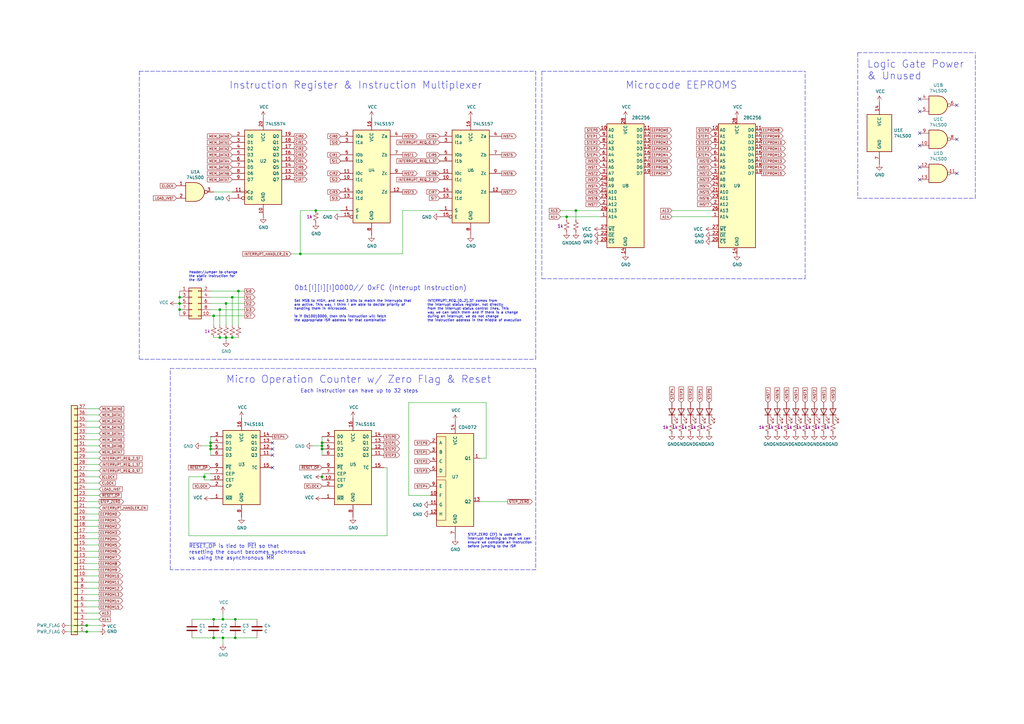
<source format=kicad_sch>
(kicad_sch (version 20211123) (generator eeschema)
  (paper "A3")
  (junction (at 132.08 184.15))
  (junction (at 132.08 182.88))
  (junction (at 35.56 259.08))
  (junction (at 87.63 129.54))
  (junction (at 132.08 181.61))
  (junction (at 96.52 254))
  (junction (at 83.82 195.58))
  (junction (at 96.52 261.62))
  (junction (at 92.71 138.43))
  (junction (at 123.19 104.14))
  (junction (at 95.25 121.92))
  (junction (at 73.66 121.92))
  (junction (at 86.36 181.61))
  (junction (at 132.08 195.58))
  (junction (at 87.63 261.62))
  (junction (at 90.17 138.43))
  (junction (at 73.66 124.46))
  (junction (at 92.71 124.46))
  (junction (at 73.66 127))
  (junction (at 86.36 184.15))
  (junction (at 35.56 256.54))
  (junction (at 95.25 138.43))
  (junction (at 90.17 127))
  (junction (at 91.44 254))
  (junction (at 86.36 182.88))
  (junction (at 232.41 88.9))
  (junction (at 91.44 261.62))
  (junction (at 129.54 86.36))
  (junction (at 97.79 119.38))
  (junction (at 236.22 86.36))
  (junction (at 87.63 254))
  (no_connect (at 377.19 40.64))
  (no_connect (at 392.43 71.12))
  (no_connect (at 111.76 191.77))
  (no_connect (at 392.43 43.18))
  (no_connect (at 377.19 68.58))
  (no_connect (at 377.19 73.66))
  (no_connect (at 377.19 45.72))
  (no_connect (at 111.76 181.61))
  (no_connect (at 111.76 184.15))
  (no_connect (at 111.76 186.69))
  (no_connect (at 377.19 59.69))
  (no_connect (at 377.19 54.61))
  (no_connect (at 392.43 57.15))
  (polyline (pts (xy 222.25 114.3) (xy 330.2 114.3)))
  (wire (pts (xy 232.41 88.9) (xy 246.38 88.9)))
  (wire (pts (xy 132.08 196.85) (xy 132.08 195.58)))
  (wire (pts (xy 91.44 254) (xy 91.44 251.46)))
  (polyline (pts (xy 330.2 114.3) (xy 330.2 29.21)))
  (wire (pts (xy 199.39 165.1) (xy 167.64 165.1)))
  (wire (pts (xy 35.56 177.8) (xy 40.64 177.8)))
  (wire (pts (xy 165.1 86.36) (xy 180.34 86.36)))
  (wire (pts (xy 86.36 124.46) (xy 92.71 124.46)))
  (wire (pts (xy 196.85 187.96) (xy 199.39 187.96)))
  (wire (pts (xy 199.39 187.96) (xy 199.39 165.1)))
  (wire (pts (xy 35.56 195.58) (xy 40.64 195.58)))
  (wire (pts (xy 132.08 182.88) (xy 132.08 181.61)))
  (wire (pts (xy 35.56 215.9) (xy 40.64 215.9)))
  (wire (pts (xy 167.64 203.2) (xy 176.53 203.2)))
  (wire (pts (xy 91.44 254) (xy 96.52 254)))
  (polyline (pts (xy 69.85 233.68) (xy 69.85 151.13)))
  (wire (pts (xy 73.66 124.46) (xy 73.66 127)))
  (wire (pts (xy 236.22 86.36) (xy 246.38 86.36)))
  (wire (pts (xy 35.56 187.96) (xy 40.64 187.96)))
  (wire (pts (xy 35.56 241.3) (xy 40.64 241.3)))
  (wire (pts (xy 83.82 194.31) (xy 83.82 195.58)))
  (wire (pts (xy 77.47 195.58) (xy 83.82 195.58)))
  (wire (pts (xy 77.47 219.71) (xy 77.47 195.58)))
  (wire (pts (xy 128.27 182.88) (xy 132.08 182.88)))
  (wire (pts (xy 35.56 193.04) (xy 40.64 193.04)))
  (wire (pts (xy 196.85 205.74) (xy 208.28 205.74)))
  (wire (pts (xy 73.66 119.38) (xy 73.66 121.92)))
  (wire (pts (xy 97.79 133.35) (xy 97.79 119.38)))
  (wire (pts (xy 87.63 138.43) (xy 90.17 138.43)))
  (wire (pts (xy 167.64 165.1) (xy 167.64 203.2)))
  (wire (pts (xy 95.25 133.35) (xy 95.25 121.92)))
  (wire (pts (xy 35.56 223.52) (xy 40.64 223.52)))
  (wire (pts (xy 158.75 191.77) (xy 158.75 219.71)))
  (wire (pts (xy 92.71 124.46) (xy 100.33 124.46)))
  (wire (pts (xy 87.63 129.54) (xy 100.33 129.54)))
  (polyline (pts (xy 400.05 81.28) (xy 400.05 21.59)))
  (wire (pts (xy 35.56 203.2) (xy 40.64 203.2)))
  (wire (pts (xy 129.54 86.36) (xy 139.7 86.36)))
  (wire (pts (xy 35.56 233.68) (xy 40.64 233.68)))
  (wire (pts (xy 165.1 86.36) (xy 165.1 104.14)))
  (wire (pts (xy 35.56 200.66) (xy 40.64 200.66)))
  (wire (pts (xy 100.33 121.92) (xy 95.25 121.92)))
  (wire (pts (xy 83.82 195.58) (xy 83.82 196.85)))
  (wire (pts (xy 86.36 119.38) (xy 97.79 119.38)))
  (wire (pts (xy 35.56 180.34) (xy 40.64 180.34)))
  (wire (pts (xy 35.56 226.06) (xy 40.64 226.06)))
  (wire (pts (xy 275.59 88.9) (xy 292.1 88.9)))
  (polyline (pts (xy 222.25 29.21) (xy 330.2 29.21)))
  (wire (pts (xy 157.48 191.77) (xy 158.75 191.77)))
  (wire (pts (xy 35.56 259.08) (xy 40.64 259.08)))
  (wire (pts (xy 90.17 127) (xy 86.36 127)))
  (wire (pts (xy 83.82 196.85) (xy 86.36 196.85)))
  (wire (pts (xy 35.56 185.42) (xy 40.64 185.42)))
  (wire (pts (xy 27.94 259.08) (xy 35.56 259.08)))
  (wire (pts (xy 35.56 167.64) (xy 40.64 167.64)))
  (wire (pts (xy 35.56 170.18) (xy 40.64 170.18)))
  (wire (pts (xy 232.41 90.17) (xy 232.41 88.9)))
  (wire (pts (xy 87.63 261.62) (xy 78.74 261.62)))
  (wire (pts (xy 87.63 254) (xy 91.44 254)))
  (wire (pts (xy 73.66 124.46) (xy 72.39 124.46)))
  (wire (pts (xy 92.71 124.46) (xy 92.71 133.35)))
  (wire (pts (xy 86.36 184.15) (xy 86.36 186.69)))
  (wire (pts (xy 132.08 184.15) (xy 132.08 186.69)))
  (polyline (pts (xy 222.25 29.21) (xy 222.25 114.3)))
  (wire (pts (xy 123.19 86.36) (xy 123.19 104.14)))
  (wire (pts (xy 123.19 104.14) (xy 119.38 104.14)))
  (wire (pts (xy 35.56 182.88) (xy 40.64 182.88)))
  (polyline (pts (xy 57.15 147.32) (xy 219.71 147.32)))
  (wire (pts (xy 95.25 138.43) (xy 97.79 138.43)))
  (wire (pts (xy 82.55 182.88) (xy 86.36 182.88)))
  (wire (pts (xy 229.87 88.9) (xy 232.41 88.9)))
  (wire (pts (xy 90.17 138.43) (xy 92.71 138.43)))
  (wire (pts (xy 87.63 78.74) (xy 95.25 78.74)))
  (polyline (pts (xy 219.71 147.32) (xy 219.71 29.21)))
  (wire (pts (xy 105.41 261.62) (xy 96.52 261.62)))
  (wire (pts (xy 132.08 182.88) (xy 132.08 184.15)))
  (wire (pts (xy 73.66 127) (xy 73.66 129.54)))
  (wire (pts (xy 35.56 228.6) (xy 40.64 228.6)))
  (wire (pts (xy 73.66 121.92) (xy 73.66 124.46)))
  (wire (pts (xy 35.56 198.12) (xy 40.64 198.12)))
  (wire (pts (xy 35.56 246.38) (xy 40.64 246.38)))
  (wire (pts (xy 35.56 243.84) (xy 40.64 243.84)))
  (wire (pts (xy 86.36 194.31) (xy 83.82 194.31)))
  (polyline (pts (xy 219.71 151.13) (xy 219.71 233.68)))
  (wire (pts (xy 86.36 182.88) (xy 86.36 184.15)))
  (wire (pts (xy 229.87 86.36) (xy 236.22 86.36)))
  (wire (pts (xy 96.52 254) (xy 105.41 254)))
  (wire (pts (xy 132.08 195.58) (xy 132.08 194.31)))
  (wire (pts (xy 91.44 261.62) (xy 91.44 264.16)))
  (wire (pts (xy 78.74 254) (xy 87.63 254)))
  (wire (pts (xy 35.56 172.72) (xy 40.64 172.72)))
  (wire (pts (xy 35.56 220.98) (xy 40.64 220.98)))
  (wire (pts (xy 87.63 129.54) (xy 87.63 133.35)))
  (wire (pts (xy 35.56 231.14) (xy 40.64 231.14)))
  (wire (pts (xy 236.22 90.17) (xy 236.22 86.36)))
  (wire (pts (xy 158.75 219.71) (xy 77.47 219.71)))
  (wire (pts (xy 35.56 236.22) (xy 40.64 236.22)))
  (wire (pts (xy 35.56 218.44) (xy 40.64 218.44)))
  (polyline (pts (xy 219.71 233.68) (xy 69.85 233.68)))
  (wire (pts (xy 92.71 138.43) (xy 95.25 138.43)))
  (wire (pts (xy 95.25 121.92) (xy 86.36 121.92)))
  (wire (pts (xy 132.08 181.61) (xy 132.08 179.07)))
  (wire (pts (xy 97.79 119.38) (xy 100.33 119.38)))
  (wire (pts (xy 100.33 127) (xy 90.17 127)))
  (polyline (pts (xy 351.79 21.59) (xy 400.05 21.59)))
  (polyline (pts (xy 57.15 29.21) (xy 57.15 147.32)))
  (wire (pts (xy 90.17 133.35) (xy 90.17 127)))
  (wire (pts (xy 129.54 86.36) (xy 123.19 86.36)))
  (wire (pts (xy 35.56 256.54) (xy 40.64 256.54)))
  (wire (pts (xy 35.56 175.26) (xy 40.64 175.26)))
  (polyline (pts (xy 69.85 151.13) (xy 219.71 151.13)))
  (wire (pts (xy 92.71 138.43) (xy 92.71 139.7)))
  (wire (pts (xy 35.56 254) (xy 40.64 254)))
  (wire (pts (xy 35.56 251.46) (xy 40.64 251.46)))
  (wire (pts (xy 35.56 238.76) (xy 40.64 238.76)))
  (wire (pts (xy 86.36 181.61) (xy 86.36 179.07)))
  (polyline (pts (xy 57.15 29.21) (xy 219.71 29.21)))
  (wire (pts (xy 165.1 104.14) (xy 123.19 104.14)))
  (wire (pts (xy 86.36 182.88) (xy 86.36 181.61)))
  (wire (pts (xy 35.56 205.74) (xy 40.64 205.74)))
  (wire (pts (xy 275.59 86.36) (xy 292.1 86.36)))
  (polyline (pts (xy 351.79 81.28) (xy 400.05 81.28)))
  (wire (pts (xy 35.56 256.54) (xy 27.94 256.54)))
  (wire (pts (xy 35.56 208.28) (xy 40.64 208.28)))
  (wire (pts (xy 91.44 261.62) (xy 87.63 261.62)))
  (polyline (pts (xy 351.79 21.59) (xy 351.79 81.28)))
  (wire (pts (xy 35.56 190.5) (xy 40.64 190.5)))
  (wire (pts (xy 35.56 248.92) (xy 40.64 248.92)))
  (wire (pts (xy 35.56 213.36) (xy 40.64 213.36)))
  (wire (pts (xy 35.56 210.82) (xy 40.64 210.82)))
  (wire (pts (xy 86.36 129.54) (xy 87.63 129.54)))
  (wire (pts (xy 96.52 261.62) (xy 91.44 261.62)))
  (text "STEP_ZERO (ZF) is used with\ninterrupt handling so that we can\nensure we complete an instruction\nbefore jumping to the ISR" (at 191.77 224.79 0) (effects (font (size 0.9906 0.9906)) (justify left bottom)))
  (text "Microcode EEPROMS" (at 256.54 36.83 0) (effects (font (size 2.9972 2.9972)) (justify left bottom)))
  (text "Header/Jumper to change\nthe static Instruction for\nthe ISR" (at 77.47 115.57 0) (effects (font (size 0.9906 0.9906)) (justify left bottom)))
  (text "Logic Gate Power\n& Unused" (at 355.6 33.02 0) (effects (font (size 2.9972 2.9972)) (justify left bottom)))
  (text "Set MSB to HIGH, and next 3 bits to match the interrupts that\nare active. This way, I think I am able to decide priority of \nhandling them in microcode.\n\nie if 0b10010000, then this instruction will fetch\nthe appropriate ISR address for that combination" (at 120.65 132.08 0) (effects (font (size 0.9906 0.9906)) (justify left bottom)))
  (text "~{RESET_OP} is tied to ~{PE!} so that\nresetting the count becomes synchronous\nvs using the asynchronous ~{MR}" (at 77.47 229.87 0) (effects (font (size 1.4986 1.4986)) (justify left bottom)))
  (text "0b1[I][I][I]0000// 0xFC (Interupt Instruction)" (at 120.65 119.38 0) (effects (font (size 2.0066 2.0066)) (justify left bottom)))
  (text "Each instruction can have up to 32 steps" (at 123.19 161.29 0) (effects (font (size 1.4986 1.4986)) (justify left bottom)))
  (text "INTERRUPT_REQ_[0..2]_ST comes from\nthe interrupt status register, not directly\nfrom the interrupt status control lines. This\nway we can latch them and if there is a change\nduring an interrupt, we do not change\nthe instruction address in the middle of execution" (at 175.26 132.08 0) (effects (font (size 0.9906 0.9906)) (justify left bottom)))
  (text "Instruction Register & Instruction Multiplexer" (at 93.98 36.83 0) (effects (font (size 2.9972 2.9972)) (justify left bottom)))
  (text "Micro Operation Counter w/ Zero Flag & Reset" (at 92.71 157.48 0) (effects (font (size 2.9972 2.9972)) (justify left bottom)))
  (global_label "INTERRUPT_REQ_0_ST" (shape input) (at 180.34 58.42 180) (effects (font (size 0.9906 0.9906))) (property "Intersheet References" "${INTERSHEET_REFS}" (effects hide)))
  (global_label "CIR5" (shape input) (at 180.34 63.5 180) (effects (font (size 0.9906 0.9906))) (property "Intersheet References" "${INTERSHEET_REFS}" (effects hide)))
  (global_label "MEM_DATA1" (shape input) (at 95.25 58.42 180) (effects (font (size 0.9906 0.9906))) (property "Intersheet References" "${INTERSHEET_REFS}" (effects hide)))
  (global_label "INST7" (shape input) (at 292.1 83.82 180) (effects (font (size 0.9906 0.9906))) (property "Intersheet References" "${INTERSHEET_REFS}" (effects hide)))
  (global_label "INTERRUPT_HANDLER_EN" (shape input) (at 40.64 208.28 0) (effects (font (size 0.9906 0.9906))) (property "Intersheet References" "${INTERSHEET_REFS}" (effects hide)))
  (global_label "INST4" (shape input) (at 326.39 165.1 90) (effects (font (size 0.9906 0.9906))) (property "Intersheet References" "${INTERSHEET_REFS}" (effects hide)))
  (global_label "A14" (shape input) (at 40.64 254 0) (effects (font (size 0.9906 0.9906))) (property "Intersheet References" "${INTERSHEET_REFS}" (effects hide)))
  (global_label "STEP3" (shape input) (at 176.53 193.04 180) (effects (font (size 0.9906 0.9906))) (property "Intersheet References" "${INTERSHEET_REFS}" (effects hide)))
  (global_label "A14" (shape input) (at 229.87 88.9 180) (effects (font (size 0.9906 0.9906))) (property "Intersheet References" "${INTERSHEET_REFS}" (effects hide)))
  (global_label "INST3" (shape input) (at 246.38 73.66 180) (effects (font (size 0.9906 0.9906))) (property "Intersheet References" "${INTERSHEET_REFS}" (effects hide)))
  (global_label "MEM_DATA7" (shape input) (at 40.64 185.42 0) (effects (font (size 0.9906 0.9906))) (property "Intersheet References" "${INTERSHEET_REFS}" (effects hide)))
  (global_label "CIR4" (shape input) (at 180.34 55.88 180) (effects (font (size 0.9906 0.9906))) (property "Intersheet References" "${INTERSHEET_REFS}" (effects hide)))
  (global_label "STEP2" (shape input) (at 292.1 58.42 180) (effects (font (size 0.9906 0.9906))) (property "Intersheet References" "${INTERSHEET_REFS}" (effects hide)))
  (global_label "EEPROM14" (shape output) (at 40.64 246.38 0) (effects (font (size 0.9906 0.9906))) (property "Intersheet References" "${INTERSHEET_REFS}" (effects hide)))
  (global_label "EEPROM9" (shape output) (at 312.42 55.88 0) (effects (font (size 0.9906 0.9906))) (property "Intersheet References" "${INTERSHEET_REFS}" (effects hide)))
  (global_label "INST1" (shape input) (at 292.1 68.58 180) (effects (font (size 0.9906 0.9906))) (property "Intersheet References" "${INTERSHEET_REFS}" (effects hide)))
  (global_label "INST1" (shape input) (at 246.38 68.58 180) (effects (font (size 0.9906 0.9906))) (property "Intersheet References" "${INTERSHEET_REFS}" (effects hide)))
  (global_label "CLOCK" (shape input) (at 72.39 76.2 180) (effects (font (size 0.9906 0.9906))) (property "Intersheet References" "${INTERSHEET_REFS}" (effects hide)))
  (global_label "EEPROM6" (shape output) (at 40.64 226.06 0) (effects (font (size 0.9906 0.9906))) (property "Intersheet References" "${INTERSHEET_REFS}" (effects hide)))
  (global_label "INTERRUPT_REQ_0_ST" (shape input) (at 40.64 193.04 0) (effects (font (size 0.9906 0.9906))) (property "Intersheet References" "${INTERSHEET_REFS}" (effects hide)))
  (global_label "STEP4" (shape output) (at 111.76 179.07 0) (effects (font (size 0.9906 0.9906))) (property "Intersheet References" "${INTERSHEET_REFS}" (effects hide)))
  (global_label "INST4" (shape input) (at 246.38 76.2 180) (effects (font (size 0.9906 0.9906))) (property "Intersheet References" "${INTERSHEET_REFS}" (effects hide)))
  (global_label "STEP0" (shape input) (at 290.83 165.1 90) (effects (font (size 0.9906 0.9906))) (property "Intersheet References" "${INTERSHEET_REFS}" (effects hide)))
  (global_label "MEM_DATA7" (shape input) (at 95.25 73.66 180) (effects (font (size 0.9906 0.9906))) (property "Intersheet References" "${INTERSHEET_REFS}" (effects hide)))
  (global_label "EEPROM13" (shape output) (at 40.64 243.84 0) (effects (font (size 0.9906 0.9906))) (property "Intersheet References" "${INTERSHEET_REFS}" (effects hide)))
  (global_label "SI2" (shape input) (at 139.7 73.66 180) (effects (font (size 0.9906 0.9906))) (property "Intersheet References" "${INTERSHEET_REFS}" (effects hide)))
  (global_label "MEM_DATA4" (shape input) (at 95.25 66.04 180) (effects (font (size 0.9906 0.9906))) (property "Intersheet References" "${INTERSHEET_REFS}" (effects hide)))
  (global_label "INST1" (shape output) (at 165.1 63.5 0) (effects (font (size 0.9906 0.9906))) (property "Intersheet References" "${INTERSHEET_REFS}" (effects hide)))
  (global_label "EEPROM15" (shape output) (at 40.64 248.92 0) (effects (font (size 0.9906 0.9906))) (property "Intersheet References" "${INTERSHEET_REFS}" (effects hide)))
  (global_label "INST7" (shape input) (at 314.96 165.1 90) (effects (font (size 0.9906 0.9906))) (property "Intersheet References" "${INTERSHEET_REFS}" (effects hide)))
  (global_label "STEP1" (shape input) (at 287.02 165.1 90) (effects (font (size 0.9906 0.9906))) (property "Intersheet References" "${INTERSHEET_REFS}" (effects hide)))
  (global_label "EEPROM10" (shape output) (at 40.64 236.22 0) (effects (font (size 0.9906 0.9906))) (property "Intersheet References" "${INTERSHEET_REFS}" (effects hide)))
  (global_label "~{STEP_ZERO}" (shape output) (at 40.64 205.74 0) (effects (font (size 0.9906 0.9906))) (property "Intersheet References" "${INTERSHEET_REFS}" (effects hide)))
  (global_label "CIR2" (shape output) (at 120.65 60.96 0) (effects (font (size 0.9906 0.9906))) (property "Intersheet References" "${INTERSHEET_REFS}" (effects hide)))
  (global_label "MEM_DATA6" (shape input) (at 95.25 71.12 180) (effects (font (size 0.9906 0.9906))) (property "Intersheet References" "${INTERSHEET_REFS}" (effects hide)))
  (global_label "INST6" (shape input) (at 292.1 81.28 180) (effects (font (size 0.9906 0.9906))) (property "Intersheet References" "${INTERSHEET_REFS}" (effects hide)))
  (global_label "A13" (shape input) (at 40.64 251.46 0) (effects (font (size 0.9906 0.9906))) (property "Intersheet References" "${INTERSHEET_REFS}" (effects hide)))
  (global_label "EEPROM7" (shape output) (at 266.7 71.12 0) (effects (font (size 0.9906 0.9906))) (property "Intersheet References" "${INTERSHEET_REFS}" (effects hide)))
  (global_label "CIR3" (shape input) (at 139.7 78.74 180) (effects (font (size 0.9906 0.9906))) (property "Intersheet References" "${INTERSHEET_REFS}" (effects hide)))
  (global_label "A13" (shape input) (at 275.59 86.36 180) (effects (font (size 0.9906 0.9906))) (property "Intersheet References" "${INTERSHEET_REFS}" (effects hide)))
  (global_label "EEPROM8" (shape output) (at 40.64 231.14 0) (effects (font (size 0.9906 0.9906))) (property "Intersheet References" "${INTERSHEET_REFS}" (effects hide)))
  (global_label "INST3" (shape input) (at 330.2 165.1 90) (effects (font (size 0.9906 0.9906))) (property "Intersheet References" "${INTERSHEET_REFS}" (effects hide)))
  (global_label "INST1" (shape input) (at 337.82 165.1 90) (effects (font (size 0.9906 0.9906))) (property "Intersheet References" "${INTERSHEET_REFS}" (effects hide)))
  (global_label "EEPROM5" (shape output) (at 40.64 223.52 0) (effects (font (size 0.9906 0.9906))) (property "Intersheet References" "${INTERSHEET_REFS}" (effects hide)))
  (global_label "INST0" (shape input) (at 292.1 66.04 180) (effects (font (size 0.9906 0.9906))) (property "Intersheet References" "${INTERSHEET_REFS}" (effects hide)))
  (global_label "SI3" (shape output) (at 100.33 127 0) (effects (font (size 0.9906 0.9906))) (property "Intersheet References" "${INTERSHEET_REFS}" (effects hide)))
  (global_label "LOAD_INST" (shape input) (at 72.39 81.28 180) (effects (font (size 0.9906 0.9906))) (property "Intersheet References" "${INTERSHEET_REFS}" (effects hide)))
  (global_label "STEP3" (shape output) (at 157.48 186.69 0) (effects (font (size 0.9906 0.9906))) (property "Intersheet References" "${INTERSHEET_REFS}" (effects hide)))
  (global_label "EEPROM2" (shape output) (at 266.7 58.42 0) (effects (font (size 0.9906 0.9906))) (property "Intersheet References" "${INTERSHEET_REFS}" (effects hide)))
  (global_label "MEM_DATA5" (shape input) (at 40.64 180.34 0) (effects (font (size 0.9906 0.9906))) (property "Intersheet References" "${INTERSHEET_REFS}" (effects hide)))
  (global_label "!CLOCK" (shape input) (at 86.36 199.39 180) (effects (font (size 0.9906 0.9906))) (property "Intersheet References" "${INTERSHEET_REFS}" (effects hide)))
  (global_label "~{RESET_OP}" (shape input) (at 132.08 191.77 180) (effects (font (size 0.9906 0.9906))) (property "Intersheet References" "${INTERSHEET_REFS}" (effects hide)))
  (global_label "EEPROM0" (shape output) (at 40.64 210.82 0) (effects (font (size 0.9906 0.9906))) (property "Intersheet References" "${INTERSHEET_REFS}" (effects hide)))
  (global_label "SI1" (shape output) (at 100.33 121.92 0) (effects (font (size 0.9906 0.9906))) (property "Intersheet References" "${INTERSHEET_REFS}" (effects hide)))
  (global_label "INST7" (shape input) (at 246.38 83.82 180) (effects (font (size 0.9906 0.9906))) (property "Intersheet References" "${INTERSHEET_REFS}" (effects hide)))
  (global_label "INST6" (shape input) (at 318.77 165.1 90) (effects (font (size 0.9906 0.9906))) (property "Intersheet References" "${INTERSHEET_REFS}" (effects hide)))
  (global_label "MEM_DATA1" (shape input) (at 40.64 170.18 0) (effects (font (size 0.9906 0.9906))) (property "Intersheet References" "${INTERSHEET_REFS}" (effects hide)))
  (global_label "STEP1" (shape input) (at 176.53 185.42 180) (effects (font (size 0.9906 0.9906))) (property "Intersheet References" "${INTERSHEET_REFS}" (effects hide)))
  (global_label "INTERRUPT_REQ_1_ST" (shape input) (at 180.34 66.04 180) (effects (font (size 0.9906 0.9906))) (property "Intersheet References" "${INTERSHEET_REFS}" (effects hide)))
  (global_label "STEP2" (shape input) (at 176.53 189.23 180) (effects (font (size 0.9906 0.9906))) (property "Intersheet References" "${INTERSHEET_REFS}" (effects hide)))
  (global_label "INST4" (shape output) (at 205.74 55.88 0) (effects (font (size 0.9906 0.9906))) (property "Intersheet References" "${INTERSHEET_REFS}" (effects hide)))
  (global_label "STEP4" (shape input) (at 292.1 63.5 180) (effects (font (size 0.9906 0.9906))) (property "Intersheet References" "${INTERSHEET_REFS}" (effects hide)))
  (global_label "INST0" (shape input) (at 246.38 66.04 180) (effects (font (size 0.9906 0.9906))) (property "Intersheet References" "${INTERSHEET_REFS}" (effects hide)))
  (global_label "EEPROM3" (shape output) (at 266.7 60.96 0) (effects (font (size 0.9906 0.9906))) (property "Intersheet References" "${INTERSHEET_REFS}" (effects hide)))
  (global_label "STEP4" (shape input) (at 246.38 63.5 180) (effects (font (size 0.9906 0.9906))) (property "Intersheet References" "${INTERSHEET_REFS}" (effects hide)))
  (global_label "MEM_DATA3" (shape input) (at 40.64 175.26 0) (effects (font (size 0.9906 0.9906))) (property "Intersheet References" "${INTERSHEET_REFS}" (effects hide)))
  (global_label "LOAD_INST" (shape input) (at 40.64 200.66 0) (effects (font (size 0.9906 0.9906))) (property "Intersheet References" "${INTERSHEET_REFS}" (effects hide)))
  (global_label "STEP0" (shape input) (at 292.1 53.34 180) (effects (font (size 0.9906 0.9906))) (property "Intersheet References" "${INTERSHEET_REFS}" (effects hide)))
  (global_label "INST2" (shape output) (at 165.1 71.12 0) (effects (font (size 0.9906 0.9906))) (property "Intersheet References" "${INTERSHEET_REFS}" (effects hide)))
  (global_label "~{RESET_OP}" (shape input) (at 40.64 203.2 0) (effects (font (size 0.9906 0.9906))) (property "Intersheet References" "${INTERSHEET_REFS}" (effects hide)))
  (global_label "EEPROM4" (shape output) (at 40.64 220.98 0) (effects (font (size 0.9906 0.9906))) (property "Intersheet References" "${INTERSHEET_REFS}" (effects hide)))
  (global_label "MEM_DATA4" (shape input) (at 40.64 177.8 0) (effects (font (size 0.9906 0.9906))) (property "Intersheet References" "${INTERSHEET_REFS}" (effects hide)))
  (global_label "STEP0" (shape input) (at 246.38 53.34 180) (effects (font (size 0.9906 0.9906))) (property "Intersheet References" "${INTERSHEET_REFS}" (effects hide)))
  (global_label "A13" (shape input) (at 229.87 86.36 180) (effects (font (size 0.9906 0.9906))) (property "Intersheet References" "${INTERSHEET_REFS}" (effects hide)))
  (global_label "INTERRUPT_REQ_2_ST" (shape input) (at 40.64 187.96 0) (effects (font (size 0.9906 0.9906))) (property "Intersheet References" "${INTERSHEET_REFS}" (effects hide)))
  (global_label "EEPROM2" (shape output) (at 40.64 215.9 0) (effects (font (size 0.9906 0.9906))) (property "Intersheet References" "${INTERSHEET_REFS}" (effects hide)))
  (global_label "CIR4" (shape output) (at 120.65 66.04 0) (effects (font (size 0.9906 0.9906))) (property "Intersheet References" "${INTERSHEET_REFS}" (effects hide)))
  (global_label "STEP1" (shape input) (at 246.38 55.88 180) (effects (font (size 0.9906 0.9906))) (property "Intersheet References" "${INTERSHEET_REFS}" (effects hide)))
  (global_label "INST0" (shape output) (at 165.1 55.88 0) (effects (font (size 0.9906 0.9906))) (property "Intersheet References" "${INTERSHEET_REFS}" (effects hide)))
  (global_label "STEP1" (shape output) (at 157.48 181.61 0) (effects (font (size 0.9906 0.9906))) (property "Intersheet References" "${INTERSHEET_REFS}" (effects hide)))
  (global_label "INST3" (shape output) (at 165.1 78.74 0) (effects (font (size 0.9906 0.9906))) (property "Intersheet References" "${INTERSHEET_REFS}" (effects hide)))
  (global_label "CIR0" (shape input) (at 139.7 55.88 180) (effects (font (size 0.9906 0.9906))) (property "Intersheet References" "${INTERSHEET_REFS}" (effects hide)))
  (global_label "INST5" (shape input) (at 246.38 78.74 180) (effects (font (size 0.9906 0.9906))) (property "Intersheet References" "${INTERSHEET_REFS}" (effects hide)))
  (global_label "CIR1" (shape output) (at 120.65 58.42 0) (effects (font (size 0.9906 0.9906))) (property "Intersheet References" "${INTERSHEET_REFS}" (effects hide)))
  (global_label "STEP0" (shape input) (at 176.53 181.61 180) (effects (font (size 0.9906 0.9906))) (property "Intersheet References" "${INTERSHEET_REFS}" (effects hide)))
  (global_label "INST2" (shape input) (at 246.38 71.12 180) (effects (font (size 0.9906 0.9906))) (property "Intersheet References" "${INTERSHEET_REFS}" (effects hide)))
  (global_label "CIR5" (shape output) (at 120.65 68.58 0) (effects (font (size 0.9906 0.9906))) (property "Intersheet References" "${INTERSHEET_REFS}" (effects hide)))
  (global_label "INST2" (shape input) (at 334.01 165.1 90) (effects (font (size 0.9906 0.9906))) (property "Intersheet References" "${INTERSHEET_REFS}" (effects hide)))
  (global_label "INTERRUPT_HANDLER_EN" (shape input) (at 119.38 104.14 180) (effects (font (size 0.9906 0.9906))) (property "Intersheet References" "${INTERSHEET_REFS}" (effects hide)))
  (global_label "INST6" (shape input) (at 246.38 81.28 180) (effects (font (size 0.9906 0.9906))) (property "Intersheet References" "${INTERSHEET_REFS}" (effects hide)))
  (global_label "MEM_DATA6" (shape input) (at 40.64 182.88 0) (effects (font (size 0.9906 0.9906))) (property "Intersheet References" "${INTERSHEET_REFS}" (effects hide)))
  (global_label "INST0" (shape input) (at 341.63 165.1 90) (effects (font (size 0.9906 0.9906))) (property "Intersheet References" "${INTERSHEET_REFS}" (effects hide)))
  (global_label "MEM_DATA0" (shape input) (at 40.64 167.64 0) (effects (font (size 0.9906 0.9906))) (property "Intersheet References" "${INTERSHEET_REFS}" (effects hide)))
  (global_label "EEPROM1" (shape output) (at 40.64 213.36 0) (effects (font (size 0.9906 0.9906))) (property "Intersheet References" "${INTERSHEET_REFS}" (effects hide)))
  (global_label "~{RESET_OP}" (shape input) (at 86.36 191.77 180) (effects (font (size 0.9906 0.9906))) (property "Intersheet References" "${INTERSHEET_REFS}" (effects hide)))
  (global_label "EEPROM10" (shape output) (at 312.42 58.42 0) (effects (font (size 0.9906 0.9906))) (property "Intersheet References" "${INTERSHEET_REFS}" (effects hide)))
  (global_label "EEPROM8" (shape output) (at 312.42 53.34 0) (effects (font (size 0.9906 0.9906))) (property "Intersheet References" "${INTERSHEET_REFS}" (effects hide)))
  (global_label "EEPROM13" (shape output) (at 312.42 66.04 0) (effects (font (size 0.9906 0.9906))) (property "Intersheet References" "${INTERSHEET_REFS}" (effects hide)))
  (global_label "INST6" (shape output) (at 205.74 71.12 0) (effects (font (size 0.9906 0.9906))) (property "Intersheet References" "${INTERSHEET_REFS}" (effects hide)))
  (global_label "EEPROM15" (shape output) (at 312.42 71.12 0) (effects (font (size 0.9906 0.9906))) (property "Intersheet References" "${INTERSHEET_REFS}" (effects hide)))
  (global_label "CIR2" (shape input) (at 139.7 71.12 180) (effects (font (size 0.9906 0.9906))) (property "Intersheet References" "${INTERSHEET_REFS}" (effects hide)))
  (global_label "CIR0" (shape output) (at 120.65 55.88 0) (effects (font (size 0.9906 0.9906))) (property "Intersheet References" "${INTERSHEET_REFS}" (effects hide)))
  (global_label "INST2" (shape input) (at 292.1 71.12 180) (effects (font (size 0.9906 0.9906))) (property "Intersheet References" "${INTERSHEET_REFS}" (effects hide)))
  (global_label "STEP3" (shape input) (at 292.1 60.96 180) (effects (font (size 0.9906 0.9906))) (property "Intersheet References" "${INTERSHEET_REFS}" (effects hide)))
  (global_label "MEM_DATA2" (shape input) (at 40.64 172.72 0) (effects (font (size 0.9906 0.9906))) (property "Intersheet References" "${INTERSHEET_REFS}" (effects hide)))
  (global_label "EEPROM6" (shape output) (at 266.7 68.58 0) (effects (font (size 0.9906 0.9906))) (property "Intersheet References" "${INTERSHEET_REFS}" (effects hide)))
  (global_label "INST4" (shape input) (at 292.1 76.2 180) (effects (font (size 0.9906 0.9906))) (property "Intersheet References" "${INTERSHEET_REFS}" (effects hide)))
  (global_label "A14" (shape input) (at 275.59 88.9 180) (effects (font (size 0.9906 0.9906))) (property "Intersheet References" "${INTERSHEET_REFS}" (effects hide)))
  (global_label "STEP4" (shape input) (at 275.59 165.1 90) (effects (font (size 0.9906 0.9906))) (property "Intersheet References" "${INTERSHEET_REFS}" (effects hide)))
  (global_label "INTERRUPT_REQ_1_ST" (shape input) (at 40.64 190.5 0) (effects (font (size 0.9906 0.9906))) (property "Intersheet References" "${INTERSHEET_REFS}" (effects hide)))
  (global_label "MEM_DATA2" (shape input) (at 95.25 60.96 180) (effects (font (size 0.9906 0.9906))) (property "Intersheet References" "${INTERSHEET_REFS}" (effects hide)))
  (global_label "EEPROM9" (shape output) (at 40.64 233.68 0) (effects (font (size 0.9906 0.9906))) (property "Intersheet References" "${INTERSHEET_REFS}" (effects hide)))
  (global_label "INST5" (shape input) (at 292.1 78.74 180) (effects (font (size 0.9906 0.9906))) (property "Intersheet References" "${INTERSHEET_REFS}" (effects hide)))
  (global_label "INST7" (shape output) (at 205.74 78.74 0) (effects (font (size 0.9906 0.9906))) (property "Intersheet References" "${INTERSHEET_REFS}" (effects hide)))
  (global_label "EEPROM7" (shape output) (at 40.64 228.6 0) (effects (font (size 0.9906 0.9906))) (property "Intersheet References" "${INTERSHEET_REFS}" (effects hide)))
  (global_label "SI2" (shape output) (at 100.33 124.46 0) (effects (font (size 0.9906 0.9906))) (property "Intersheet References" "${INTERSHEET_REFS}" (effects hide)))
  (global_label "INST3" (shape input) (at 292.1 73.66 180) (effects (font (size 0.9906 0.9906))) (property "Intersheet References" "${INTERSHEET_REFS}" (effects hide)))
  (global_label "CLOCK" (shape input) (at 40.64 198.12 0) (effects (font (size 0.9906 0.9906))) (property "Intersheet References" "${INTERSHEET_REFS}" (effects hide)))
  (global_label "EEPROM1" (shape output) (at 266.7 55.88 0) (effects (font (size 0.9906 0.9906))) (property "Intersheet References" "${INTERSHEET_REFS}" (effects hide)))
  (global_label "INST5" (shape input) (at 322.58 165.1 90) (effects (font (size 0.9906 0.9906))) (property "Intersheet References" "${INTERSHEET_REFS}" (effects hide)))
  (global_label "MEM_DATA0" (shape input) (at 95.25 55.88 180) (effects (font (size 0.9906 0.9906))) (property "Intersheet References" "${INTERSHEET_REFS}" (effects hide)))
  (global_label "!CLOCK" (shape input) (at 132.08 199.39 180) (effects (font (size 0.9906 0.9906))) (property "Intersheet References" "${INTERSHEET_REFS}" (effects hide)))
  (global_label "SI3" (shape input) (at 139.7 81.28 180) (effects (font (size 0.9906 0.9906))) (property "Intersheet References" "${INTERSHEET_REFS}" (effects hide)))
  (global_label "INST5" (shape output) (at 205.74 63.5 0) (effects (font (size 0.9906 0.9906))) (property "Intersheet References" "${INTERSHEET_REFS}" (effects hide)))
  (global_label "STEP2" (shape input) (at 246.38 58.42 180) (effects (font (size 0.9906 0.9906))) (property "Intersheet References" "${INTERSHEET_REFS}" (effects hide)))
  (global_label "CIR7" (shape output) (at 120.65 73.66 0) (effects (font (size 0.9906 0.9906))) (property "Intersheet References" "${INTERSHEET_REFS}" (effects hide)))
  (global_label "INTERRUPT_REQ_2_ST" (shape input) (at 180.34 73.66 180) (effects (font (size 0.9906 0.9906))) (property "Intersheet References" "${INTERSHEET_REFS}" (effects hide)))
  (global_label "EEPROM12" (shape output) (at 312.42 63.5 0) (effects (font (size 0.9906 0.9906))) (property "Intersheet References" "${INTERSHEET_REFS}" (effects hide)))
  (global_label "STEP3" (shape input) (at 279.4 165.1 90) (effects (font (size 0.9906 0.9906))) (property "Intersheet References" "${INTERSHEET_REFS}" (effects hide)))
  (global_label "STEP1" (shape input) (at 292.1 55.88 180) (effects (font (size 0.9906 0.9906))) (property "Intersheet References" "${INTERSHEET_REFS}" (effects hide)))
  (global_label "STEP2" (shape output) (at 157.48 184.15 0) (effects (font (size 0.9906 0.9906))) (property "Intersheet References" "${INTERSHEET_REFS}" (effects hide)))
  (global_label "EEPROM12" (shape output) (at 40.64 241.3 0) (effects (font (size 0.9906 0.9906))) (property "Intersheet References" "${INTERSHEET_REFS}" (effects hide)))
  (global_label "CIR6" (shape input) (at 180.34 71.12 180) (effects (font (size 0.9906 0.9906))) (property "Intersheet References" "${INTERSHEET_REFS}" (effects hide)))
  (global_label "EEPROM3" (shape output) (at 40.64 218.44 0) (effects (font (size 0.9906 0.9906))) (property "Intersheet References" "${INTERSHEET_REFS}" (effects hide)))
  (global_label "STEP2" (shape input) (at 283.21 165.1 90) (effects (font (size 0.9906 0.9906))) (property "Intersheet References" "${INTERSHEET_REFS}" (effects hide)))
  (global_label "EEPROM11" (shape output) (at 40.64 238.76 0) (effects (font (size 0.9906 0.9906))) (property "Intersheet References" "${INTERSHEET_REFS}" (effects hide)))
  (global_label "CIR7" (shape input) (at 180.34 78.74 180) (effects (font (size 0.9906 0.9906))) (property "Intersheet References" "${INTERSHEET_REFS}" (effects hide)))
  (global_label "STEP0" (shape output) (at 157.48 179.07 0) (effects (font (size 0.9906 0.9906))) (property "Intersheet References" "${INTERSHEET_REFS}" (effects hide)))
  (global_label "EEPROM4" (shape output) (at 266.7 63.5 0) (effects (font (size 0.9906 0.9906))) (property "Intersheet References" "${INTERSHEET_REFS}" (effects hide)))
  (global_label "MEM_DATA3" (shape input) (at 95.25 63.5 180) (effects (font (size 0.9906 0.9906))) (property "Intersheet References" "${INTERSHEET_REFS}" (effects hide)))
  (global_label "SI0" (shape output) (at 100.33 119.38 0) (effects (font (size 0.9906 0.9906))) (property "Intersheet References" "${INTERSHEET_REFS}" (effects hide)))
  (global_label "STEP4" (shape input) (at 176.53 199.39 180) (effects (font (size 0.9906 0.9906))) (property "Intersheet References" "${INTERSHEET_REFS}" (effects hide)))
  (global_label "CIR6" (shape output) (at 120.65 71.12 0) (effects (font (size 0.9906 0.9906))) (property "Intersheet References" "${INTERSHEET_REFS}" (effects hide)))
  (global_label "SI1" (shape input) (at 139.7 66.04 180) (effects (font (size 0.9906 0.9906))) (property "Intersheet References" "${INTERSHEET_REFS}" (effects hide)))
  (global_label "STEP3" (shape input) (at 246.38 60.96 180) (effects (font (size 0.9906 0.9906))) (property "Intersheet References" "${INTERSHEET_REFS}" (effects hide)))
  (global_label "SI7" (shape output) (at 100.33 129.54 0) (effects (font (size 0.9906 0.9906))) (property "Intersheet References" "${INTERSHEET_REFS}" (effects hide)))
  (global_label "EEPROM11" (shape output) (at 312.42 60.96 0) (effects (font (size 0.9906 0.9906))) (property "Intersheet References" "${INTERSHEET_REFS}" (effects hide)))
  (global_label "!CLOCK" (shape input) (at 40.64 195.58 0) (effects (font (size 0.9906 0.9906))) (property "Intersheet References" "${INTERSHEET_REFS}" (effects hide)))
  (global_label "CIR3" (shape output) (at 120.65 63.5 0) (effects (font (size 0.9906 0.9906))) (property "Intersheet References" "${INTERSHEET_REFS}" (effects hide)))
  (global_label "EEPROM14" (shape output) (at 312.42 68.58 0) (effects (font (size 0.9906 0.9906))) (property "Intersheet References" "${INTERSHEET_REFS}" (effects hide)))
  (global_label "~{STEP_ZERO}" (shape output) (at 208.28 205.74 0) (effects (font (size 0.9906 0.9906))) (property "Intersheet References" "${INTERSHEET_REFS}" (effects hide)))
  (global_label "MEM_DATA5" (shape input) (at 95.25 68.58 180) (effects (font (size 0.9906 0.9906))) (property "Intersheet References" "${INTERSHEET_REFS}" (effects hide)))
  (global_label "SI0" (shape input) (at 139.7 58.42 180) (effects (font (size 0.9906 0.9906))) (property "Intersheet References" "${INTERSHEET_REFS}" (effects hide)))
  (global_label "EEPROM5" (shape output) (at 266.7 66.04 0) (effects (font (size 0.9906 0.9906))) (property "Intersheet References" "${INTERSHEET_REFS}" (effects hide)))
  (global_label "SI7" (shape input) (at 180.34 81.28 180) (effects (font (size 0.9906 0.9906))) (property "Intersheet References" "${INTERSHEET_REFS}" (effects hide)))
  (global_label "CIR1" (shape input) (at 139.7 63.5 180) (effects (font (size 0.9906 0.9906))) (property "Intersheet References" "${INTERSHEET_REFS}" (effects hide)))
  (global_label "EEPROM0" (shape output) (at 266.7 53.34 0) (effects (font (size 0.9906 0.9906))) (property "Intersheet References" "${INTERSHEET_REFS}" (effects hide)))
  (symbol (lib_id "74xx:74LS574") (at 107.95 68.58 0) (unit 1)
    (property "Reference" "U2" (at 107.95 66.04 0))
    (property "Value" "74LS574" (at 113.03 50.8 0))
    (property "Footprint" "Package_SO:SO-20_5.3x12.6mm_P1.27mm" (effects hide))
    (property "Datasheet" "http://www.ti.com/lit/gpn/sn74LS574" (effects hide))
  )
  (symbol (lib_id "power:VCC") (at 107.95 48.26 0) (unit 1)
    (property "Reference" "#PWR04" (effects hide))
    (property "Value" "VCC" (at 108.331 43.8658 0))
  )
  (symbol (lib_id "power:GND") (at 107.95 88.9 0) (unit 1)
    (property "Reference" "#PWR05" (effects hide))
    (property "Value" "GND" (at 108.077 93.2942 0))
  )
  (symbol (lib_id "74xx:74LS161") (at 99.06 191.77 0) (unit 1)
    (property "Reference" "U3" (at 99.06 190.5 0))
    (property "Value" "74LS161" (at 104.14 173.99 0))
    (property "Footprint" "Package_SO:SOIC-16_4.55x10.3mm_P1.27mm" (effects hide))
    (property "Datasheet" "http://www.ti.com/lit/gpn/sn74LS161" (effects hide))
  )
  (symbol (lib_id "power:VCC") (at 99.06 171.45 0) (unit 1)
    (property "Reference" "#PWR08" (effects hide))
    (property "Value" "VCC" (at 99.441 167.0558 0))
  )
  (symbol (lib_id "power:GND") (at 99.06 212.09 0) (unit 1)
    (property "Reference" "#PWR09" (effects hide))
    (property "Value" "GND" (at 99.187 216.4842 0))
  )
  (symbol (lib_id "power:VCC") (at 86.36 204.47 90) (unit 1)
    (property "Reference" "#PWR07" (effects hide))
    (property "Value" "VCC" (at 83.1342 204.089 90) (effects (justify left)))
  )
  (symbol (lib_id "power:GND") (at 82.55 182.88 270) (unit 1)
    (property "Reference" "#PWR06" (effects hide))
    (property "Value" "GND" (at 79.2988 183.007 90) (effects (justify right)))
  )
  (symbol (lib_id "74xx:74LS161") (at 144.78 191.77 0) (unit 1)
    (property "Reference" "U5" (at 144.78 190.5 0))
    (property "Value" "74LS161" (at 149.86 173.99 0))
    (property "Footprint" "Package_SO:SOIC-16_4.55x10.3mm_P1.27mm" (effects hide))
    (property "Datasheet" "http://www.ti.com/lit/gpn/sn74LS161" (effects hide))
  )
  (symbol (lib_id "power:VCC") (at 144.78 171.45 0) (unit 1)
    (property "Reference" "#PWR018" (effects hide))
    (property "Value" "VCC" (at 145.161 167.0558 0))
  )
  (symbol (lib_id "power:GND") (at 144.78 212.09 0) (unit 1)
    (property "Reference" "#PWR019" (effects hide))
    (property "Value" "GND" (at 144.907 216.4842 0))
  )
  (symbol (lib_id "power:VCC") (at 132.08 204.47 90) (unit 1)
    (property "Reference" "#PWR016" (effects hide))
    (property "Value" "VCC" (at 128.8542 204.089 90) (effects (justify left)))
  )
  (symbol (lib_id "power:GND") (at 128.27 182.88 270) (unit 1)
    (property "Reference" "#PWR014" (effects hide))
    (property "Value" "GND" (at 125.0188 183.007 90) (effects (justify right)))
  )
  (symbol (lib_id "power:VCC") (at 132.08 195.58 90) (unit 1)
    (property "Reference" "#PWR015" (effects hide))
    (property "Value" "VCC" (at 128.27 195.58 90) (effects (justify left)))
  )
  (symbol (lib_id "Memory_EEPROM:28C256") (at 256.54 76.2 0) (unit 1)
    (property "Reference" "U8" (at 256.54 76.2 0))
    (property "Value" "28C256" (at 262.89 48.26 0))
    (property "Footprint" "Package_DIP:DIP-28_W15.24mm_Socket" (effects hide))
    (property "Datasheet" "http://ww1.microchip.com/downloads/en/DeviceDoc/doc0006.pdf" (effects hide))
  )
  (symbol (lib_id "power:GND") (at 256.54 104.14 0) (unit 1)
    (property "Reference" "#PWR031" (effects hide))
    (property "Value" "GND" (at 256.667 108.5342 0))
  )
  (symbol (lib_id "power:VCC") (at 256.54 48.26 0) (unit 1)
    (property "Reference" "#PWR030" (effects hide))
    (property "Value" "VCC" (at 256.921 43.8658 0))
  )
  (symbol (lib_id "power:VCC") (at 246.38 93.98 90) (unit 1)
    (property "Reference" "#PWR027" (effects hide))
    (property "Value" "VCC" (at 242.57 93.98 90) (effects (justify left)))
  )
  (symbol (lib_id "power:GND") (at 246.38 96.52 270) (unit 1)
    (property "Reference" "#PWR028" (effects hide))
    (property "Value" "GND" (at 243.1288 96.647 90) (effects (justify right)))
  )
  (symbol (lib_id "power:GND") (at 246.38 99.06 270) (unit 1)
    (property "Reference" "#PWR029" (effects hide))
    (property "Value" "GND" (at 243.1288 99.187 90) (effects (justify right)))
  )
  (symbol (lib_id "Memory_EEPROM:28C256") (at 302.26 76.2 0) (unit 1)
    (property "Reference" "U9" (at 302.26 76.2 0))
    (property "Value" "28C256" (at 308.61 48.26 0))
    (property "Footprint" "Package_DIP:DIP-28_W15.24mm_Socket" (effects hide))
    (property "Datasheet" "http://ww1.microchip.com/downloads/en/DeviceDoc/doc0006.pdf" (effects hide))
  )
  (symbol (lib_id "power:GND") (at 302.26 104.14 0) (unit 1)
    (property "Reference" "#PWR037" (effects hide))
    (property "Value" "GND" (at 302.387 108.5342 0))
  )
  (symbol (lib_id "power:VCC") (at 302.26 48.26 0) (unit 1)
    (property "Reference" "#PWR036" (effects hide))
    (property "Value" "VCC" (at 302.641 43.8658 0))
  )
  (symbol (lib_id "power:VCC") (at 292.1 93.98 90) (unit 1)
    (property "Reference" "#PWR033" (effects hide))
    (property "Value" "VCC" (at 288.29 93.98 90) (effects (justify left)))
  )
  (symbol (lib_id "power:GND") (at 292.1 96.52 270) (unit 1)
    (property "Reference" "#PWR034" (effects hide))
    (property "Value" "GND" (at 288.8488 96.647 90) (effects (justify right)))
  )
  (symbol (lib_id "power:GND") (at 292.1 99.06 270) (unit 1)
    (property "Reference" "#PWR035" (effects hide))
    (property "Value" "GND" (at 288.8488 99.187 90) (effects (justify right)))
  )
  (symbol (lib_id "74xx:74LS157") (at 152.4 71.12 0) (unit 1)
    (property "Reference" "U4" (at 152.4 69.85 0))
    (property "Value" "74LS157" (at 157.48 50.8 0))
    (property "Footprint" "Package_SO:TSSOP-16_4.4x5mm_P0.65mm" (effects hide))
    (property "Datasheet" "http://www.ti.com/lit/gpn/sn74LS157" (effects hide))
  )
  (symbol (lib_id "power:VCC") (at 152.4 48.26 0) (unit 1)
    (property "Reference" "#PWR012" (effects hide))
    (property "Value" "VCC" (at 152.781 43.8658 0))
  )
  (symbol (lib_id "power:GND") (at 152.4 96.52 0) (unit 1)
    (property "Reference" "#PWR013" (effects hide))
    (property "Value" "GND" (at 152.527 100.9142 0))
  )
  (symbol (lib_id "74xx:74LS157") (at 193.04 71.12 0) (unit 1)
    (property "Reference" "U6" (at 193.04 69.85 0))
    (property "Value" "74LS157" (at 198.12 50.8 0))
    (property "Footprint" "Package_SO:TSSOP-16_4.4x5mm_P0.65mm" (effects hide))
    (property "Datasheet" "http://www.ti.com/lit/gpn/sn74LS157" (effects hide))
  )
  (symbol (lib_id "power:VCC") (at 193.04 48.26 0) (unit 1)
    (property "Reference" "#PWR021" (effects hide))
    (property "Value" "VCC" (at 193.421 43.8658 0))
  )
  (symbol (lib_id "power:GND") (at 193.04 96.52 0) (unit 1)
    (property "Reference" "#PWR022" (effects hide))
    (property "Value" "GND" (at 193.167 100.9142 0))
  )
  (symbol (lib_id "power:GND") (at 180.34 88.9 270) (unit 1)
    (property "Reference" "#PWR020" (effects hide))
    (property "Value" "GND" (at 177.0888 89.027 90) (effects (justify right)))
  )
  (symbol (lib_id "power:GND") (at 139.7 88.9 270) (unit 1)
    (property "Reference" "#PWR011" (effects hide))
    (property "Value" "GND" (at 136.4488 89.027 90) (effects (justify right)))
  )
  (symbol (lib_id "Device:R_Small_US") (at 129.54 88.9 180) (unit 1)
    (property "Reference" "R6" (effects hide))
    (property "Value" "R_Small_US" (effects hide))
    (property "Footprint" "Resistor_SMD:R_0805_2012Metric" (effects hide))
    (property "L" "1k" (at 125.73 88.9 0) (effects (justify right)))
  )
  (symbol (lib_id "power:GND") (at 129.54 91.44 0) (unit 1)
    (property "Reference" "#PWR010" (effects hide))
    (property "Value" "GND" (at 129.667 95.8342 0))
  )
  (symbol (lib_id "power:GND") (at 95.25 81.28 270) (unit 1)
    (property "Reference" "#PWR03" (effects hide))
    (property "Value" "GND" (at 91.9988 81.407 90) (effects (justify right)))
  )
  (symbol (lib_id "74xx:74LS00") (at 80.01 78.74 0) (unit 1)
    (property "Reference" "U1" (at 80.01 70.485 0))
    (property "Value" "74LS00" (at 80.01 72.7964 0))
    (property "Footprint" "Package_SO:TSSOP-14_4.4x5mm_P0.65mm" (effects hide))
    (property "Datasheet" "http://www.ti.com/lit/gpn/sn74ls00" (effects hide))
  )
  (symbol (lib_id "74xx:74LS00") (at 384.81 43.18 0) (unit 2)
    (property "Reference" "U1" (at 384.81 34.925 0))
    (property "Value" "74LS00" (at 384.81 37.2364 0))
    (property "Footprint" "Package_SO:TSSOP-14_4.4x5mm_P0.65mm" (effects hide))
    (property "Datasheet" "http://www.ti.com/lit/gpn/sn74ls00" (effects hide))
  )
  (symbol (lib_id "74xx:74LS00") (at 384.81 57.15 0) (unit 3)
    (property "Reference" "U1" (at 384.81 48.895 0))
    (property "Value" "74LS00" (at 384.81 51.2064 0))
    (property "Footprint" "Package_SO:TSSOP-14_4.4x5mm_P0.65mm" (effects hide))
    (property "Datasheet" "http://www.ti.com/lit/gpn/sn74ls00" (effects hide))
  )
  (symbol (lib_id "74xx:74LS00") (at 384.81 71.12 0) (unit 4)
    (property "Reference" "U1" (at 384.81 62.865 0))
    (property "Value" "74LS00" (at 384.81 65.1764 0))
    (property "Footprint" "Package_SO:TSSOP-14_4.4x5mm_P0.65mm" (effects hide))
    (property "Datasheet" "http://www.ti.com/lit/gpn/sn74ls00" (effects hide))
  )
  (symbol (lib_id "74xx:74LS00") (at 360.68 54.61 0) (unit 5)
    (property "Reference" "U1" (at 366.522 53.4416 0) (effects (justify left)))
    (property "Value" "74LS00" (at 366.522 55.753 0) (effects (justify left)))
    (property "Footprint" "Package_SO:TSSOP-14_4.4x5mm_P0.65mm" (effects hide))
    (property "Datasheet" "http://www.ti.com/lit/gpn/sn74ls00" (effects hide))
  )
  (symbol (lib_id "power:GND") (at 360.68 67.31 0) (unit 1)
    (property "Reference" "#PWR039" (effects hide))
    (property "Value" "GND" (at 360.807 71.7042 0))
  )
  (symbol (lib_id "power:VCC") (at 360.68 41.91 0) (unit 1)
    (property "Reference" "#PWR038" (effects hide))
    (property "Value" "VCC" (at 361.061 37.5158 0))
  )
  (symbol (lib_id "SMD-Stephen:CD4072") (at 186.69 195.58 0) (unit 1)
    (property "Reference" "U7" (at 186.69 195.58 0))
    (property "Value" "CD4072" (at 191.77 175.26 0))
    (property "Footprint" "Package_SO:SOIC-14_3.9x8.7mm_P1.27mm" (effects hide))
    (property "Datasheet" "https://www.ti.com/lit/ds/symlink/cd4072b.pdf?HQS=dis-mous-null-mousermode-dsf-pf-null-wwe&ts=1637175211297&ref_url=https%253A%252F%252Fwww.mouser.es%252F" (effects hide))
  )
  (symbol (lib_id "power:GND") (at 186.69 220.98 0) (unit 1)
    (property "Reference" "#PWR025" (effects hide))
    (property "Value" "GND" (at 186.817 225.3742 0))
  )
  (symbol (lib_id "power:VCC") (at 186.69 172.72 0) (unit 1)
    (property "Reference" "#PWR024" (effects hide))
    (property "Value" "VCC" (at 187.071 168.3258 0))
  )
  (symbol (lib_id "power:GND") (at 176.53 210.82 270) (unit 1)
    (property "Reference" "#PWR023" (effects hide))
    (property "Value" "GND" (at 173.2788 210.947 90) (effects (justify right)))
  )
  (symbol (lib_id "Connector_Generic:Conn_02x05_Odd_Even") (at 78.74 124.46 0) (unit 1)
    (property "Reference" "J1" (effects hide))
    (property "Value" "Conn_02x05_Odd_Even" (effects hide))
    (property "Footprint" "Connector_PinHeader_2.54mm:PinHeader_2x05_P2.54mm_Vertical" (effects hide))
  )
  (symbol (lib_id "Device:R_Small_US") (at 87.63 135.89 180) (unit 1)
    (property "Reference" "R1" (effects hide))
    (property "Value" "R_Small_US" (effects hide))
    (property "Footprint" "Resistor_SMD:R_0805_2012Metric" (effects hide))
    (property "L" "1k" (at 83.82 135.89 0) (effects (justify right)))
  )
  (symbol (lib_id "Device:R_Small_US") (at 90.17 135.89 180) (unit 1)
    (property "Reference" "R2" (effects hide))
    (property "Value" "R_Small_US" (effects hide))
    (property "Footprint" "Resistor_SMD:R_0805_2012Metric" (effects hide))
    (property "L" "1k" (effects hide))
  )
  (symbol (lib_id "Device:R_Small_US") (at 92.71 135.89 180) (unit 1)
    (property "Reference" "R3" (effects hide))
    (property "Value" "R_Small_US" (effects hide))
    (property "Footprint" "Resistor_SMD:R_0805_2012Metric" (effects hide))
    (property "L" "1k" (effects hide))
  )
  (symbol (lib_id "Device:R_Small_US") (at 95.25 135.89 180) (unit 1)
    (property "Reference" "R4" (effects hide))
    (property "Value" "R_Small_US" (effects hide))
    (property "Footprint" "Resistor_SMD:R_0805_2012Metric" (effects hide))
    (property "L" "1k" (effects hide))
  )
  (symbol (lib_id "Device:R_Small_US") (at 97.79 135.89 180) (unit 1)
    (property "Reference" "R5" (effects hide))
    (property "Value" "R_Small_US" (effects hide))
    (property "Footprint" "Resistor_SMD:R_0805_2012Metric" (effects hide))
    (property "L" "1k" (effects hide))
  )
  (symbol (lib_id "power:GND") (at 92.71 139.7 0) (unit 1)
    (property "Reference" "#PWR02" (effects hide))
    (property "Value" "GND" (at 92.837 144.0942 0))
  )
  (symbol (lib_id "power:VCC") (at 72.39 124.46 90) (unit 1)
    (property "Reference" "#PWR01" (effects hide))
    (property "Value" "VCC" (at 69.1642 124.079 90) (effects (justify left)))
  )
  (symbol (lib_id "power:GND") (at 232.41 95.25 0) (unit 1)
    (property "Reference" "#PWR040" (effects hide))
    (property "Value" "GND" (at 232.537 99.6442 0))
  )
  (symbol (lib_id "Device:R_Small_US") (at 232.41 92.71 180) (unit 1)
    (property "Reference" "R8" (effects hide))
    (property "Value" "R_Small_US" (effects hide))
    (property "Footprint" "Resistor_SMD:R_0805_2012Metric" (effects hide))
    (property "L" "1k" (at 228.6 92.71 0) (effects (justify right)))
  )
  (symbol (lib_id "power:GND") (at 236.22 95.25 0) (unit 1)
    (property "Reference" "#PWR041" (effects hide))
    (property "Value" "GND" (at 236.347 99.6442 0))
  )
  (symbol (lib_id "Device:R_Small_US") (at 236.22 92.71 180) (unit 1)
    (property "Reference" "R10" (effects hide))
    (property "Value" "R_Small_US" (effects hide))
    (property "Footprint" "Resistor_SMD:R_0805_2012Metric" (effects hide))
    (property "L" "1k" (effects hide))
  )
  (symbol (lib_id "power:GND") (at 176.53 207.01 270) (unit 1)
    (property "Reference" "#PWR026" (effects hide))
    (property "Value" "GND" (at 173.2788 207.137 90) (effects (justify right)))
  )
  (symbol (lib_id "Connector_Generic:Conn_01x37") (at 30.48 213.36 180) (unit 1)
    (property "Reference" "J2" (effects hide))
    (property "Value" "Conn_01x37" (effects hide))
    (property "Footprint" "Connector_PinHeader_2.54mm:PinHeader_1x37_P2.54mm_Vertical" (effects hide))
  )
  (symbol (lib_id "power:GND") (at 40.64 259.08 90) (unit 1)
    (property "Reference" "#PWR032" (effects hide))
    (property "Value" "GND" (at 43.8912 258.953 90) (effects (justify right)))
  )
  (symbol (lib_id "power:VCC") (at 40.64 256.54 270) (unit 1)
    (property "Reference" "#PWR017" (effects hide))
    (property "Value" "VCC" (at 43.8912 256.921 90) (effects (justify left)))
  )
  (symbol (lib_id "Device:LED") (at 275.59 168.91 90) (unit 1)
    (property "Reference" "D1" (effects hide))
    (property "Value" "LED" (effects hide))
    (property "Footprint" "LED_SMD:LED_0805_2012Metric" (effects hide))
  )
  (symbol (lib_id "Device:R_Small_US") (at 275.59 175.26 180) (unit 1)
    (property "Reference" "R7" (effects hide))
    (property "Value" "R_Small_US" (effects hide))
    (property "Footprint" "Resistor_SMD:R_0805_2012Metric" (effects hide))
    (property "L" "1k" (at 271.78 175.26 0) (effects (justify right)))
  )
  (symbol (lib_id "power:GND") (at 275.59 177.8 0) (unit 1)
    (property "Reference" "#PWR042" (effects hide))
    (property "Value" "GND" (at 275.717 182.1942 0))
  )
  (symbol (lib_id "Device:LED") (at 279.4 168.91 90) (unit 1)
    (property "Reference" "D2" (effects hide))
    (property "Value" "LED" (effects hide))
    (property "Footprint" "LED_SMD:LED_0805_2012Metric" (effects hide))
  )
  (symbol (lib_id "Device:R_Small_US") (at 279.4 175.26 180) (unit 1)
    (property "Reference" "R9" (effects hide))
    (property "Value" "R_Small_US" (effects hide))
    (property "Footprint" "Resistor_SMD:R_0805_2012Metric" (effects hide))
    (property "L" "1k" (at 275.59 175.26 0) (effects (justify right)))
  )
  (symbol (lib_id "power:GND") (at 279.4 177.8 0) (unit 1)
    (property "Reference" "#PWR043" (effects hide))
    (property "Value" "GND" (at 279.527 182.1942 0))
  )
  (symbol (lib_id "Device:LED") (at 283.21 168.91 90) (unit 1)
    (property "Reference" "D3" (effects hide))
    (property "Value" "LED" (effects hide))
    (property "Footprint" "LED_SMD:LED_0805_2012Metric" (effects hide))
  )
  (symbol (lib_id "Device:R_Small_US") (at 283.21 175.26 180) (unit 1)
    (property "Reference" "R11" (effects hide))
    (property "Value" "R_Small_US" (effects hide))
    (property "Footprint" "Resistor_SMD:R_0805_2012Metric" (effects hide))
    (property "L" "1k" (at 279.4 175.26 0) (effects (justify right)))
  )
  (symbol (lib_id "power:GND") (at 283.21 177.8 0) (unit 1)
    (property "Reference" "#PWR044" (effects hide))
    (property "Value" "GND" (at 283.337 182.1942 0))
  )
  (symbol (lib_id "Device:LED") (at 287.02 168.91 90) (unit 1)
    (property "Reference" "D4" (effects hide))
    (property "Value" "LED" (effects hide))
    (property "Footprint" "LED_SMD:LED_0805_2012Metric" (effects hide))
  )
  (symbol (lib_id "Device:R_Small_US") (at 287.02 175.26 180) (unit 1)
    (property "Reference" "R12" (effects hide))
    (property "Value" "R_Small_US" (effects hide))
    (property "Footprint" "Resistor_SMD:R_0805_2012Metric" (effects hide))
    (property "L" "1k" (at 283.21 175.26 0) (effects (justify right)))
  )
  (symbol (lib_id "power:GND") (at 287.02 177.8 0) (unit 1)
    (property "Reference" "#PWR045" (effects hide))
    (property "Value" "GND" (at 287.147 182.1942 0))
  )
  (symbol (lib_id "Device:LED") (at 290.83 168.91 90) (unit 1)
    (property "Reference" "D5" (effects hide))
    (property "Value" "LED" (effects hide))
    (property "Footprint" "LED_SMD:LED_0805_2012Metric" (effects hide))
  )
  (symbol (lib_id "Device:R_Small_US") (at 290.83 175.26 180) (unit 1)
    (property "Reference" "R13" (effects hide))
    (property "Value" "R_Small_US" (effects hide))
    (property "Footprint" "Resistor_SMD:R_0805_2012Metric" (effects hide))
    (property "L" "1k" (at 287.02 175.26 0) (effects (justify right)))
  )
  (symbol (lib_id "power:GND") (at 290.83 177.8 0) (unit 1)
    (property "Reference" "#PWR046" (effects hide))
    (property "Value" "GND" (at 290.957 182.1942 0))
  )
  (symbol (lib_id "Device:C") (at 78.74 257.81 0) (unit 1)
    (property "Reference" "C1" (at 81.661 256.6416 0) (effects (justify left)))
    (property "Value" "C" (at 81.661 258.953 0) (effects (justify left)))
    (property "Footprint" "Capacitor_SMD:C_0805_2012Metric" (effects hide))
  )
  (symbol (lib_id "Device:C") (at 87.63 257.81 0) (unit 1)
    (property "Reference" "C2" (at 90.551 256.6416 0) (effects (justify left)))
    (property "Value" "C" (at 90.551 258.953 0) (effects (justify left)))
    (property "Footprint" "Capacitor_SMD:C_0805_2012Metric" (effects hide))
  )
  (symbol (lib_id "Device:C") (at 96.52 257.81 0) (unit 1)
    (property "Reference" "C3" (at 99.441 256.6416 0) (effects (justify left)))
    (property "Value" "C" (at 99.441 258.953 0) (effects (justify left)))
    (property "Footprint" "Capacitor_SMD:C_0805_2012Metric" (effects hide))
  )
  (symbol (lib_id "Device:C") (at 105.41 257.81 0) (unit 1)
    (property "Reference" "C4" (at 108.331 256.6416 0) (effects (justify left)))
    (property "Value" "C" (at 108.331 258.953 0) (effects (justify left)))
    (property "Footprint" "Capacitor_SMD:C_0805_2012Metric" (effects hide))
  )
  (symbol (lib_id "power:GND") (at 91.44 264.16 0) (unit 1)
    (property "Reference" "#PWR048" (effects hide))
    (property "Value" "GND" (at 91.567 268.5542 0))
  )
  (symbol (lib_id "power:VCC") (at 91.44 251.46 0) (unit 1)
    (property "Reference" "#PWR047" (effects hide))
    (property "Value" "VCC" (at 91.821 247.0658 0))
  )
  (symbol (lib_id "power:PWR_FLAG") (at 27.94 256.54 90) (unit 1)
    (property "Reference" "#FLG0101" (effects hide))
    (property "Value" "PWR_FLAG" (at 24.7142 256.54 90) (effects (justify left)))
  )
  (symbol (lib_id "power:PWR_FLAG") (at 27.94 259.08 90) (unit 1)
    (property "Reference" "#FLG0102" (effects hide))
    (property "Value" "PWR_FLAG" (at 24.7142 259.08 90) (effects (justify left)))
  )
  (symbol (lib_id "Device:LED") (at 326.39 168.91 90) (unit 1)
    (property "Reference" "D9" (effects hide))
    (property "Value" "LED" (effects hide))
    (property "Footprint" "LED_SMD:LED_0805_2012Metric" (effects hide))
  )
  (symbol (lib_id "Device:R_Small_US") (at 326.39 175.26 180) (unit 1)
    (property "Reference" "R17" (effects hide))
    (property "Value" "R_Small_US" (effects hide))
    (property "Footprint" "Resistor_SMD:R_0805_2012Metric" (effects hide))
    (property "L" "1k" (at 322.58 175.26 0) (effects (justify right)))
  )
  (symbol (lib_id "power:GND") (at 326.39 177.8 0) (unit 1)
    (property "Reference" "#PWR052" (effects hide))
    (property "Value" "GND" (at 326.517 182.1942 0))
  )
  (symbol (lib_id "Device:LED") (at 330.2 168.91 90) (unit 1)
    (property "Reference" "D10" (effects hide))
    (property "Value" "LED" (effects hide))
    (property "Footprint" "LED_SMD:LED_0805_2012Metric" (effects hide))
  )
  (symbol (lib_id "Device:R_Small_US") (at 330.2 175.26 180) (unit 1)
    (property "Reference" "R18" (effects hide))
    (property "Value" "R_Small_US" (effects hide))
    (property "Footprint" "Resistor_SMD:R_0805_2012Metric" (effects hide))
    (property "L" "1k" (at 326.39 175.26 0) (effects (justify right)))
  )
  (symbol (lib_id "power:GND") (at 330.2 177.8 0) (unit 1)
    (property "Reference" "#PWR053" (effects hide))
    (property "Value" "GND" (at 330.327 182.1942 0))
  )
  (symbol (lib_id "Device:LED") (at 334.01 168.91 90) (unit 1)
    (property "Reference" "D11" (effects hide))
    (property "Value" "LED" (effects hide))
    (property "Footprint" "LED_SMD:LED_0805_2012Metric" (effects hide))
  )
  (symbol (lib_id "Device:R_Small_US") (at 334.01 175.26 180) (unit 1)
    (property "Reference" "R19" (effects hide))
    (property "Value" "R_Small_US" (effects hide))
    (property "Footprint" "Resistor_SMD:R_0805_2012Metric" (effects hide))
    (property "L" "1k" (at 330.2 175.26 0) (effects (justify right)))
  )
  (symbol (lib_id "power:GND") (at 334.01 177.8 0) (unit 1)
    (property "Reference" "#PWR054" (effects hide))
    (property "Value" "GND" (at 334.137 182.1942 0))
  )
  (symbol (lib_id "Device:LED") (at 337.82 168.91 90) (unit 1)
    (property "Reference" "D12" (effects hide))
    (property "Value" "LED" (effects hide))
    (property "Footprint" "LED_SMD:LED_0805_2012Metric" (effects hide))
  )
  (symbol (lib_id "Device:R_Small_US") (at 337.82 175.26 180) (unit 1)
    (property "Reference" "R20" (effects hide))
    (property "Value" "R_Small_US" (effects hide))
    (property "Footprint" "Resistor_SMD:R_0805_2012Metric" (effects hide))
    (property "L" "1k" (at 334.01 175.26 0) (effects (justify right)))
  )
  (symbol (lib_id "power:GND") (at 337.82 177.8 0) (unit 1)
    (property "Reference" "#PWR055" (effects hide))
    (property "Value" "GND" (at 337.947 182.1942 0))
  )
  (symbol (lib_id "Device:LED") (at 341.63 168.91 90) (unit 1)
    (property "Reference" "D13" (effects hide))
    (property "Value" "LED" (effects hide))
    (property "Footprint" "LED_SMD:LED_0805_2012Metric" (effects hide))
  )
  (symbol (lib_id "Device:R_Small_US") (at 341.63 175.26 180) (unit 1)
    (property "Reference" "R21" (effects hide))
    (property "Value" "R_Small_US" (effects hide))
    (property "Footprint" "Resistor_SMD:R_0805_2012Metric" (effects hide))
    (property "L" "1k" (at 337.82 175.26 0) (effects (justify right)))
  )
  (symbol (lib_id "power:GND") (at 341.63 177.8 0) (unit 1)
    (property "Reference" "#PWR056" (effects hide))
    (property "Value" "GND" (at 341.757 182.1942 0))
  )
  (symbol (lib_id "Device:LED") (at 322.58 168.91 90) (unit 1)
    (property "Reference" "D8" (effects hide))
    (property "Value" "LED" (effects hide))
    (property "Footprint" "LED_SMD:LED_0805_2012Metric" (effects hide))
  )
  (symbol (lib_id "Device:R_Small_US") (at 322.58 175.26 180) (unit 1)
    (property "Reference" "R16" (effects hide))
    (property "Value" "R_Small_US" (effects hide))
    (property "Footprint" "Resistor_SMD:R_0805_2012Metric" (effects hide))
    (property "L" "1k" (at 318.77 175.26 0) (effects (justify right)))
  )
  (symbol (lib_id "power:GND") (at 322.58 177.8 0) (unit 1)
    (property "Reference" "#PWR051" (effects hide))
    (property "Value" "GND" (at 322.707 182.1942 0))
  )
  (symbol (lib_id "Device:LED") (at 318.77 168.91 90) (unit 1)
    (property "Reference" "D7" (effects hide))
    (property "Value" "LED" (effects hide))
    (property "Footprint" "LED_SMD:LED_0805_2012Metric" (effects hide))
  )
  (symbol (lib_id "Device:R_Small_US") (at 318.77 175.26 180) (unit 1)
    (property "Reference" "R15" (effects hide))
    (property "Value" "R_Small_US" (effects hide))
    (property "Footprint" "Resistor_SMD:R_0805_2012Metric" (effects hide))
    (property "L" "1k" (at 314.96 175.26 0) (effects (justify right)))
  )
  (symbol (lib_id "power:GND") (at 318.77 177.8 0) (unit 1)
    (property "Reference" "#PWR050" (effects hide))
    (property "Value" "GND" (at 318.897 182.1942 0))
  )
  (symbol (lib_id "Device:LED") (at 314.96 168.91 90) (unit 1)
    (property "Reference" "D6" (effects hide))
    (property "Value" "LED" (effects hide))
    (property "Footprint" "LED_SMD:LED_0805_2012Metric" (effects hide))
  )
  (symbol (lib_id "Device:R_Small_US") (at 314.96 175.26 180) (unit 1)
    (property "Reference" "R14" (effects hide))
    (property "Value" "R_Small_US" (effects hide))
    (property "Footprint" "Resistor_SMD:R_0805_2012Metric" (effects hide))
    (property "L" "1k" (at 311.15 175.26 0) (effects (justify right)))
  )
  (symbol (lib_id "power:GND") (at 314.96 177.8 0) (unit 1)
    (property "Reference" "#PWR049" (effects hide))
    (property "Value" "GND" (at 315.087 182.1942 0))
  )
)
</source>
